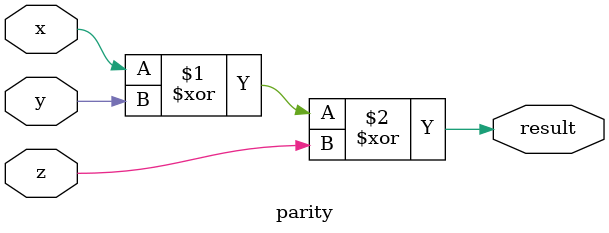
<source format=v>
module parity(

input x,y,z,

output result);

xor (result,x,y,z);  
endmodule

</source>
